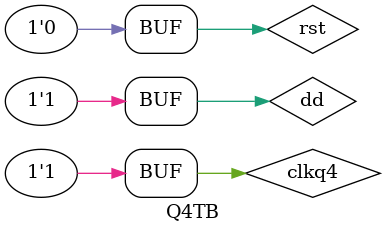
<source format=sv>
`timescale 1ns/1ns 
/*module clock(output logic w);
	 always
    		#100 w = ~w;
		initial 
     		w = 1;
endmodule

module Q1TB();
	reg dd,clkq1,QQ;
	clock myclock(clkq1);
	memory1 m1(.D(dd),.clk(clkq1),.Q(QQ));
	initial begin
	dd=1;
	repeat (100) #30 dd=~dd;
	end
endmodule*/
module Q4TB();
	reg dd,clkq4,QQ4,rst;
	//clock myclock4(clkq4);
	memoryrst UUT(.D(dd),.clk(clkq4),.Q(QQ4),.rst(rst));
	initial begin
	rst=0;
	clkq4=1;
	dd=1;
	#50 dd=~dd;
	#50 clkq4=0;
	dd=~dd;
	#50 clkq4=1;
	#50 rst=1;
	#50 dd=0;
	#50 dd=1;
	#50 clkq4=0;
	#50 clkq4=1;
	#50 rst=0;
	#100;
	end
endmodule

	
</source>
